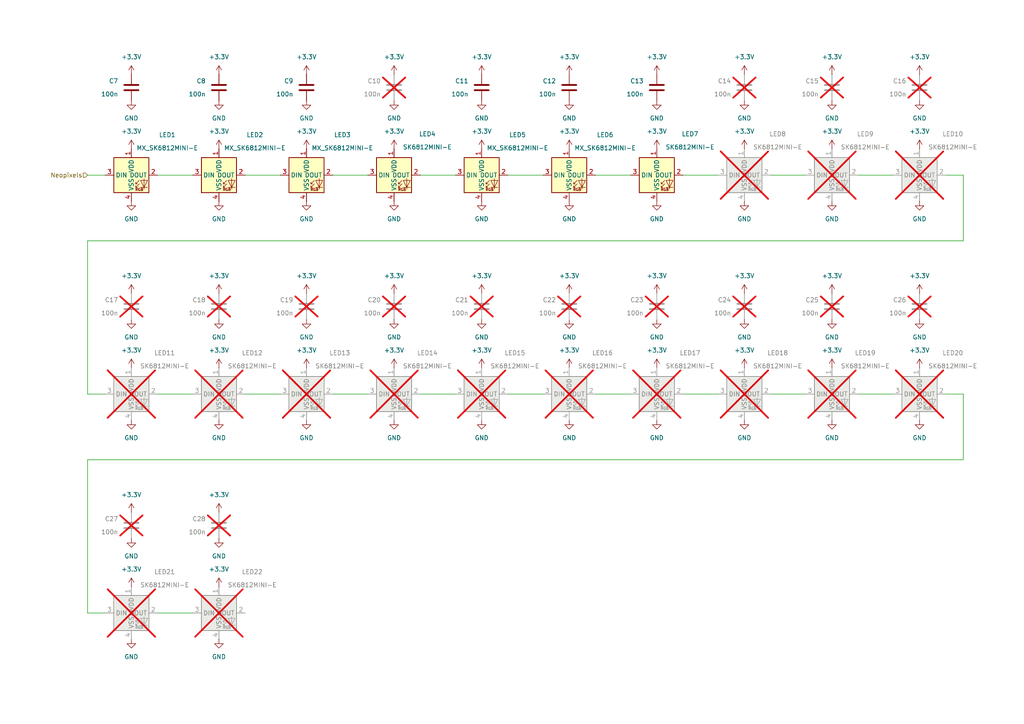
<source format=kicad_sch>
(kicad_sch (version 20250114) (generator "eeschema") (generator_version "9.0")
  (paper "A4")
  (lib_symbols
    (symbol "Device:C" (pin_numbers (hide yes)) (pin_names (offset 0.254))
      (property "Reference" "C" (at 0.635 2.54 0))
      (property "Value" "C" (at 0.635 -2.54 0))
      (symbol "C_0_1"
        (polyline (pts (xy -2.032 0.762) (xy 2.032 0.762)) (stroke (width 0.508)))
        (polyline (pts (xy -2.032 -0.762) (xy 2.032 -0.762)) (stroke (width 0.508)))
      )
      (symbol "C_1_1"
        (pin passive line (at 0 3.81 270) (length 2.794) (name "~") (number "1"))
        (pin passive line (at 0 -3.81 90) (length 2.794) (name "~") (number "2"))
      )
    )
    (symbol "PCM_marbastlib-mx:MX_SK6812MINI-E"
      (property "Reference" "LED" (at 3.175 6.35 0))
      (property "Value" "MX_SK6812MINI-E" (at 10.16 -6.985 0))
      (symbol "MX_SK6812MINI-E_0_0"
        (text "RGB" (at 2.286 -4.191 0) (effects (font (size 0.762 0.762))))
      )
      (symbol "MX_SK6812MINI-E_0_1"
        (rectangle (start -5.08 5.08) (end 5.08 -5.08) (stroke (width 0.254)) (fill (type background)))
        (polyline (pts (xy 1.27 -2.54) (xy 1.778 -2.54)))
        (polyline (pts (xy 1.27 -3.556) (xy 1.778 -3.556)))
        (polyline (pts (xy 2.286 -1.524) (xy 1.27 -2.54) (xy 1.27 -2.032)))
        (polyline (pts (xy 2.286 -2.54) (xy 1.27 -3.556) (xy 1.27 -3.048)))
        (polyline (pts (xy 3.683 -1.016) (xy 3.683 -3.556) (xy 3.683 -4.064)))
        (polyline (pts (xy 4.699 -1.524) (xy 2.667 -1.524) (xy 3.683 -3.556) (xy 4.699 -1.524)))
        (polyline (pts (xy 4.699 -3.556) (xy 2.667 -3.556)))
      )
      (symbol "MX_SK6812MINI-E_1_1"
        (pin input line (at -7.62 0 0) (length 2.54) (name "DIN") (number "3"))
        (pin power_in line (at 0 7.62 270) (length 2.54) (name "VDD") (number "1"))
        (pin power_in line (at 0 -7.62 90) (length 2.54) (name "VSS") (number "4"))
        (pin output line (at 7.62 0 180) (length 2.54) (name "DOUT") (number "2"))
      )
    )
    (symbol "PCM_marbastlib-various:SK6812MINI-E"
      (property "Reference" "LED" (at 2.54 6.35 0))
      (property "Value" "SK6812MINI-E" (at 7.62 -6.35 0))
      (symbol "SK6812MINI-E_0_0"
        (text "RGB" (at 2.286 -4.191 0) (effects (font (size 0.762 0.762))))
      )
      (symbol "SK6812MINI-E_0_1"
        (polyline (pts (xy 1.27 -2.54) (xy 1.778 -2.54)))
        (polyline (pts (xy 1.27 -3.556) (xy 1.778 -3.556)))
        (polyline (pts (xy 2.286 -1.524) (xy 1.27 -2.54) (xy 1.27 -2.032)))
        (polyline (pts (xy 2.286 -2.54) (xy 1.27 -3.556) (xy 1.27 -3.048)))
        (polyline (pts (xy 3.683 -1.016) (xy 3.683 -3.556) (xy 3.683 -4.064)))
        (polyline (pts (xy 4.699 -1.524) (xy 2.667 -1.524) (xy 3.683 -3.556) (xy 4.699 -1.524)))
        (polyline (pts (xy 4.699 -3.556) (xy 2.667 -3.556)))
        (rectangle (start 5.08 5.08) (end -5.08 -5.08) (stroke (width 0.254)) (fill (type background)))
      )
      (symbol "SK6812MINI-E_1_1"
        (pin input line (at -7.62 0 0) (length 2.54) (name "DIN") (number "3"))
        (pin power_in line (at 0 7.62 270) (length 2.54) (name "VDD") (number "1"))
        (pin power_in line (at 0 -7.62 90) (length 2.54) (name "VSS") (number "4"))
        (pin output line (at 7.62 0 180) (length 2.54) (name "DOUT") (number "2"))
      )
    )
    (symbol "power:+3.3V" (power) (pin_numbers (hide yes)) (pin_names (offset 0) (hide yes))
      (property "Value" "+3.3V" (at 0 3.556 0))
      (symbol "+3.3V_0_1"
        (polyline (pts (xy -0.762 1.27) (xy 0 2.54)))
        (polyline (pts (xy 0 2.54) (xy 0.762 1.27)))
        (polyline (pts (xy 0 0) (xy 0 2.54)))
      )
      (symbol "+3.3V_1_1"
        (pin power_in line (at 0 0 90) (length 0) (name "~") (number "1"))
      )
    )
    (symbol "power:GND" (power) (pin_numbers (hide yes)) (pin_names (offset 0) (hide yes))
      (property "Value" "GND" (at 0 -3.81 0))
      (symbol "GND_0_1"
        (polyline (pts (xy 0 0) (xy 0 -1.27) (xy 1.27 -1.27) (xy 0 -2.54) (xy -1.27 -1.27) (xy 0 -1.27)))
      )
      (symbol "GND_1_1"
        (pin power_in line (at 0 0 270) (length 0) (name "~") (number "1"))
      )
    )
  )
  (wire (pts (xy 279.4 69.85) (xy 25.4 69.85)))
  (wire (pts (xy 25.4 177.8) (xy 30.48 177.8)))
  (wire (pts (xy 279.4 50.8) (xy 279.4 69.85)))
  (wire (pts (xy 25.4 50.8) (xy 30.48 50.8)))
  (wire (pts (xy 25.4 133.35) (xy 25.4 177.8)))
  (wire (pts (xy 223.52 50.8) (xy 233.68 50.8)))
  (wire (pts (xy 96.52 50.8) (xy 106.68 50.8)))
  (wire (pts (xy 279.4 114.3) (xy 279.4 133.35)))
  (wire (pts (xy 198.12 50.8) (xy 208.28 50.8)))
  (wire (pts (xy 96.52 114.3) (xy 106.68 114.3)))
  (wire (pts (xy 121.92 114.3) (xy 132.08 114.3)))
  (wire (pts (xy 223.52 114.3) (xy 233.68 114.3)))
  (wire (pts (xy 172.72 114.3) (xy 182.88 114.3)))
  (wire (pts (xy 25.4 69.85) (xy 25.4 114.3)))
  (wire (pts (xy 71.12 114.3) (xy 81.28 114.3)))
  (wire (pts (xy 147.32 50.8) (xy 157.48 50.8)))
  (wire (pts (xy 121.92 50.8) (xy 132.08 50.8)))
  (wire (pts (xy 45.72 114.3) (xy 55.88 114.3)))
  (wire (pts (xy 248.92 50.8) (xy 259.08 50.8)))
  (wire (pts (xy 147.32 114.3) (xy 157.48 114.3)))
  (wire (pts (xy 25.4 114.3) (xy 30.48 114.3)))
  (wire (pts (xy 274.32 50.8) (xy 279.4 50.8)))
  (wire (pts (xy 274.32 114.3) (xy 279.4 114.3)))
  (wire (pts (xy 45.72 50.8) (xy 55.88 50.8)))
  (wire (pts (xy 248.92 114.3) (xy 259.08 114.3)))
  (wire (pts (xy 71.12 50.8) (xy 81.28 50.8)))
  (wire (pts (xy 198.12 114.3) (xy 208.28 114.3)))
  (wire (pts (xy 279.4 133.35) (xy 25.4 133.35)))
  (wire (pts (xy 172.72 50.8) (xy 182.88 50.8)))
  (wire (pts (xy 45.72 177.8) (xy 55.88 177.8)))
  (hierarchical_label "Neopixels" (shape input) (at 25.4 50.8 180))
  (symbol (lib_id "power:+3.3V") (at 190.5 43.18 0) (unit 1)
    (property "Reference" "#PWR046" (effects (hide yes)))
    (property "Value" "+3.3V" (at 190.5 38.1 0))
    (property "Description" "Power symbol creates a global label with name \"+3.3V\"" (effects (hide yes)))
  )
  (symbol (lib_id "PCM_marbastlib-various:SK6812MINI-E") (at 139.7 114.3 0) (unit 1) (on_board no) (dnp yes)
    (property "Reference" "LED15" (at 149.352 102.362 0))
    (property "Value" "SK6812MINI-E" (at 149.352 106.172 0))
    (property "Footprint" "PCM_marbastlib-various:LED_6028R" (effects (hide yes)))
    (property "Description" "Reverse mount adressable LED (WS2812 protocol)" (effects (hide yes)))
  )
  (symbol (lib_id "Device:C") (at 241.3 88.9 0) (mirror y) (unit 1) (on_board no) (dnp yes)
    (property "Reference" "C25" (at 237.49 86.9949 0) (effects (justify left)))
    (property "Value" "100n" (at 237.49 90.8049 0) (effects (justify left)))
    (property "Footprint" "Capacitor_SMD:C_0402_1005Metric" (effects (hide yes)))
    (property "Description" "Unpolarized capacitor" (effects (hide yes)))
  )
  (symbol (lib_id "power:+3.3V") (at 38.1 85.09 0) (unit 1)
    (property "Reference" "#PWR060" (effects (hide yes)))
    (property "Value" "+3.3V" (at 38.1 80.01 0))
    (property "Description" "Power symbol creates a global label with name \"+3.3V\"" (effects (hide yes)))
  )
  (symbol (lib_id "Device:C") (at 38.1 88.9 0) (mirror y) (unit 1) (on_board no) (dnp yes)
    (property "Reference" "C17" (at 34.29 86.9949 0) (effects (justify left)))
    (property "Value" "100n" (at 34.29 90.8049 0) (effects (justify left)))
    (property "Footprint" "Capacitor_SMD:C_0402_1005Metric" (effects (hide yes)))
    (property "Description" "Unpolarized capacitor" (effects (hide yes)))
  )
  (symbol (lib_id "PCM_marbastlib-various:SK6812MINI-E") (at 38.1 114.3 0) (unit 1) (on_board no) (dnp yes)
    (property "Reference" "LED11" (at 47.752 102.362 0))
    (property "Value" "SK6812MINI-E" (at 47.752 106.172 0))
    (property "Footprint" "PCM_marbastlib-various:LED_6028R" (effects (hide yes)))
    (property "Description" "Reverse mount adressable LED (WS2812 protocol)" (effects (hide yes)))
  )
  (symbol (lib_id "power:+3.3V") (at 38.1 106.68 0) (unit 1)
    (property "Reference" "#PWR080" (effects (hide yes)))
    (property "Value" "+3.3V" (at 38.1 101.6 0))
    (property "Description" "Power symbol creates a global label with name \"+3.3V\"" (effects (hide yes)))
  )
  (symbol (lib_id "Device:C") (at 190.5 25.4 0) (mirror y) (unit 1)
    (property "Reference" "C13" (at 186.69 23.4949 0) (effects (justify left)))
    (property "Value" "100n" (at 186.69 27.3049 0) (effects (justify left)))
    (property "Footprint" "Capacitor_SMD:C_0402_1005Metric" (effects (hide yes)))
    (property "Description" "Unpolarized capacitor" (effects (hide yes)))
  )
  (symbol (lib_id "power:GND") (at 266.7 121.92 0) (unit 1)
    (property "Reference" "#PWR099" (effects (hide yes)))
    (property "Value" "GND" (at 266.7 127 0))
    (property "Description" "Power symbol creates a global label with name \"GND\" , ground" (effects (hide yes)))
  )
  (symbol (lib_id "power:+3.3V") (at 63.5 170.18 0) (unit 1)
    (property "Reference" "#PWR0106" (effects (hide yes)))
    (property "Value" "+3.3V" (at 63.5 165.1 0))
    (property "Description" "Power symbol creates a global label with name \"+3.3V\"" (effects (hide yes)))
  )
  (symbol (lib_id "PCM_marbastlib-various:SK6812MINI-E") (at 266.7 114.3 0) (unit 1) (on_board no) (dnp yes)
    (property "Reference" "LED20" (at 276.352 102.362 0))
    (property "Value" "SK6812MINI-E" (at 276.352 106.172 0))
    (property "Footprint" "PCM_marbastlib-various:LED_6028R" (effects (hide yes)))
    (property "Description" "Reverse mount adressable LED (WS2812 protocol)" (effects (hide yes)))
  )
  (symbol (lib_id "power:+3.3V") (at 266.7 85.09 0) (unit 1)
    (property "Reference" "#PWR069" (effects (hide yes)))
    (property "Value" "+3.3V" (at 266.7 80.01 0))
    (property "Description" "Power symbol creates a global label with name \"+3.3V\"" (effects (hide yes)))
  )
  (symbol (lib_id "power:GND") (at 38.1 156.21 0) (unit 1)
    (property "Reference" "#PWR0101" (effects (hide yes)))
    (property "Value" "GND" (at 38.1 161.29 0))
    (property "Description" "Power symbol creates a global label with name \"GND\" , ground" (effects (hide yes)))
  )
  (symbol (lib_id "Device:C") (at 88.9 25.4 0) (mirror y) (unit 1)
    (property "Reference" "C9" (at 85.09 23.4949 0) (effects (justify left)))
    (property "Value" "100n" (at 85.09 27.3049 0) (effects (justify left)))
    (property "Footprint" "Capacitor_SMD:C_0402_1005Metric" (effects (hide yes)))
    (property "Description" "Unpolarized capacitor" (effects (hide yes)))
  )
  (symbol (lib_id "power:+3.3V") (at 139.7 43.18 0) (unit 1)
    (property "Reference" "#PWR038" (effects (hide yes)))
    (property "Value" "+3.3V" (at 139.7 38.1 0))
    (property "Description" "Power symbol creates a global label with name \"+3.3V\"" (effects (hide yes)))
  )
  (symbol (lib_id "power:GND") (at 139.7 92.71 0) (unit 1)
    (property "Reference" "#PWR074" (effects (hide yes)))
    (property "Value" "GND" (at 139.7 97.79 0))
    (property "Description" "Power symbol creates a global label with name \"GND\" , ground" (effects (hide yes)))
  )
  (symbol (lib_id "power:GND") (at 215.9 121.92 0) (unit 1)
    (property "Reference" "#PWR097" (effects (hide yes)))
    (property "Value" "GND" (at 215.9 127 0))
    (property "Description" "Power symbol creates a global label with name \"GND\" , ground" (effects (hide yes)))
  )
  (symbol (lib_id "power:GND") (at 165.1 58.42 0) (unit 1)
    (property "Reference" "#PWR043" (effects (hide yes)))
    (property "Value" "GND" (at 165.1 63.5 0))
    (property "Description" "Power symbol creates a global label with name \"GND\" , ground" (effects (hide yes)))
  )
  (symbol (lib_id "PCM_marbastlib-mx:MX_SK6812MINI-E") (at 88.9 50.8 0) (unit 1)
    (property "Reference" "LED3" (at 99.314 39.116 0))
    (property "Value" "MX_SK6812MINI-E" (at 99.314 42.926 0))
    (property "Footprint" "PCM_marbastlib-mx:LED_MX_6028R" (effects (hide yes)))
    (property "Description" "Reverse mount adressable LED (WS2812 protocol)" (effects (hide yes)))
  )
  (symbol (lib_id "power:+3.3V") (at 63.5 106.68 0) (unit 1)
    (property "Reference" "#PWR081" (effects (hide yes)))
    (property "Value" "+3.3V" (at 63.5 101.6 0))
    (property "Description" "Power symbol creates a global label with name \"+3.3V\"" (effects (hide yes)))
  )
  (symbol (lib_id "power:GND") (at 38.1 121.92 0) (unit 1)
    (property "Reference" "#PWR090" (effects (hide yes)))
    (property "Value" "GND" (at 38.1 127 0))
    (property "Description" "Power symbol creates a global label with name \"GND\" , ground" (effects (hide yes)))
  )
  (symbol (lib_id "power:+3.3V") (at 139.7 85.09 0) (unit 1)
    (property "Reference" "#PWR064" (effects (hide yes)))
    (property "Value" "+3.3V" (at 139.7 80.01 0))
    (property "Description" "Power symbol creates a global label with name \"+3.3V\"" (effects (hide yes)))
  )
  (symbol (lib_id "PCM_marbastlib-various:SK6812MINI-E") (at 165.1 114.3 0) (unit 1) (on_board no) (dnp yes)
    (property "Reference" "LED16" (at 174.752 102.362 0))
    (property "Value" "SK6812MINI-E" (at 174.752 106.172 0))
    (property "Footprint" "PCM_marbastlib-various:LED_6028R" (effects (hide yes)))
    (property "Description" "Reverse mount adressable LED (WS2812 protocol)" (effects (hide yes)))
  )
  (symbol (lib_id "power:GND") (at 114.3 29.21 0) (unit 1)
    (property "Reference" "#PWR033" (effects (hide yes)))
    (property "Value" "GND" (at 114.3 34.29 0))
    (property "Description" "Power symbol creates a global label with name \"GND\" , ground" (effects (hide yes)))
  )
  (symbol (lib_id "power:+3.3V") (at 165.1 85.09 0) (unit 1)
    (property "Reference" "#PWR065" (effects (hide yes)))
    (property "Value" "+3.3V" (at 165.1 80.01 0))
    (property "Description" "Power symbol creates a global label with name \"+3.3V\"" (effects (hide yes)))
  )
  (symbol (lib_id "power:+3.3V") (at 88.9 106.68 0) (unit 1)
    (property "Reference" "#PWR082" (effects (hide yes)))
    (property "Value" "+3.3V" (at 88.9 101.6 0))
    (property "Description" "Power symbol creates a global label with name \"+3.3V\"" (effects (hide yes)))
  )
  (symbol (lib_id "power:+3.3V") (at 139.7 21.59 0) (unit 1)
    (property "Reference" "#PWR036" (effects (hide yes)))
    (property "Value" "+3.3V" (at 139.7 16.51 0))
    (property "Description" "Power symbol creates a global label with name \"+3.3V\"" (effects (hide yes)))
  )
  (symbol (lib_id "power:GND") (at 63.5 185.42 0) (unit 1)
    (property "Reference" "#PWR0107" (effects (hide yes)))
    (property "Value" "GND" (at 63.5 190.5 0))
    (property "Description" "Power symbol creates a global label with name \"GND\" , ground" (effects (hide yes)))
  )
  (symbol (lib_id "power:GND") (at 241.3 92.71 0) (unit 1)
    (property "Reference" "#PWR078" (effects (hide yes)))
    (property "Value" "GND" (at 241.3 97.79 0))
    (property "Description" "Power symbol creates a global label with name \"GND\" , ground" (effects (hide yes)))
  )
  (symbol (lib_id "Device:C") (at 165.1 88.9 0) (mirror y) (unit 1) (on_board no) (dnp yes)
    (property "Reference" "C22" (at 161.29 86.9949 0) (effects (justify left)))
    (property "Value" "100n" (at 161.29 90.8049 0) (effects (justify left)))
    (property "Footprint" "Capacitor_SMD:C_0402_1005Metric" (effects (hide yes)))
    (property "Description" "Unpolarized capacitor" (effects (hide yes)))
  )
  (symbol (lib_id "Device:C") (at 63.5 25.4 0) (mirror y) (unit 1)
    (property "Reference" "C8" (at 59.69 23.4949 0) (effects (justify left)))
    (property "Value" "100n" (at 59.69 27.3049 0) (effects (justify left)))
    (property "Footprint" "Capacitor_SMD:C_0402_1005Metric" (effects (hide yes)))
    (property "Description" "Unpolarized capacitor" (effects (hide yes)))
  )
  (symbol (lib_id "Device:C") (at 215.9 88.9 0) (mirror y) (unit 1) (on_board no) (dnp yes)
    (property "Reference" "C24" (at 212.09 86.9949 0) (effects (justify left)))
    (property "Value" "100n" (at 212.09 90.8049 0) (effects (justify left)))
    (property "Footprint" "Capacitor_SMD:C_0402_1005Metric" (effects (hide yes)))
    (property "Description" "Unpolarized capacitor" (effects (hide yes)))
  )
  (symbol (lib_id "power:+3.3V") (at 38.1 148.59 0) (unit 1)
    (property "Reference" "#PWR0100" (effects (hide yes)))
    (property "Value" "+3.3V" (at 38.1 143.51 0))
    (property "Description" "Power symbol creates a global label with name \"+3.3V\"" (effects (hide yes)))
  )
  (symbol (lib_id "power:+3.3V") (at 139.7 106.68 0) (unit 1)
    (property "Reference" "#PWR084" (effects (hide yes)))
    (property "Value" "+3.3V" (at 139.7 101.6 0))
    (property "Description" "Power symbol creates a global label with name \"+3.3V\"" (effects (hide yes)))
  )
  (symbol (lib_id "Device:C") (at 63.5 152.4 0) (mirror y) (unit 1) (on_board no) (dnp yes)
    (property "Reference" "C28" (at 59.69 150.4949 0) (effects (justify left)))
    (property "Value" "100n" (at 59.69 154.3049 0) (effects (justify left)))
    (property "Footprint" "Capacitor_SMD:C_0402_1005Metric" (effects (hide yes)))
    (property "Description" "Unpolarized capacitor" (effects (hide yes)))
  )
  (symbol (lib_id "power:+3.3V") (at 190.5 21.59 0) (unit 1)
    (property "Reference" "#PWR044" (effects (hide yes)))
    (property "Value" "+3.3V" (at 190.5 16.51 0))
    (property "Description" "Power symbol creates a global label with name \"+3.3V\"" (effects (hide yes)))
  )
  (symbol (lib_id "PCM_marbastlib-various:SK6812MINI-E") (at 63.5 177.8 0) (unit 1) (on_board no) (dnp yes)
    (property "Reference" "LED22" (at 73.152 165.862 0))
    (property "Value" "SK6812MINI-E" (at 73.152 169.672 0))
    (property "Footprint" "PCM_marbastlib-various:LED_6028R" (effects (hide yes)))
    (property "Description" "Reverse mount adressable LED (WS2812 protocol)" (effects (hide yes)))
  )
  (symbol (lib_id "power:+3.3V") (at 114.3 85.09 0) (unit 1)
    (property "Reference" "#PWR063" (effects (hide yes)))
    (property "Value" "+3.3V" (at 114.3 80.01 0))
    (property "Description" "Power symbol creates a global label with name \"+3.3V\"" (effects (hide yes)))
  )
  (symbol (lib_id "power:+3.3V") (at 38.1 43.18 0) (unit 1)
    (property "Reference" "#PWR020" (effects (hide yes)))
    (property "Value" "+3.3V" (at 38.1 38.1 0))
    (property "Description" "Power symbol creates a global label with name \"+3.3V\"" (effects (hide yes)))
  )
  (symbol (lib_id "power:+3.3V") (at 215.9 85.09 0) (unit 1)
    (property "Reference" "#PWR067" (effects (hide yes)))
    (property "Value" "+3.3V" (at 215.9 80.01 0))
    (property "Description" "Power symbol creates a global label with name \"+3.3V\"" (effects (hide yes)))
  )
  (symbol (lib_id "PCM_marbastlib-mx:MX_SK6812MINI-E") (at 139.7 50.8 0) (unit 1)
    (property "Reference" "LED5" (at 150.114 39.116 0))
    (property "Value" "MX_SK6812MINI-E" (at 150.114 42.926 0))
    (property "Footprint" "PCM_marbastlib-mx:LED_MX_6028R" (effects (hide yes)))
    (property "Description" "Reverse mount adressable LED (WS2812 protocol)" (effects (hide yes)))
  )
  (symbol (lib_id "power:GND") (at 63.5 92.71 0) (unit 1)
    (property "Reference" "#PWR071" (effects (hide yes)))
    (property "Value" "GND" (at 63.5 97.79 0))
    (property "Description" "Power symbol creates a global label with name \"GND\" , ground" (effects (hide yes)))
  )
  (symbol (lib_id "PCM_marbastlib-various:SK6812MINI-E") (at 241.3 114.3 0) (unit 1) (on_board no) (dnp yes)
    (property "Reference" "LED19" (at 250.952 102.362 0))
    (property "Value" "SK6812MINI-E" (at 250.952 106.172 0))
    (property "Footprint" "PCM_marbastlib-various:LED_6028R" (effects (hide yes)))
    (property "Description" "Reverse mount adressable LED (WS2812 protocol)" (effects (hide yes)))
  )
  (symbol (lib_id "Device:C") (at 139.7 25.4 0) (mirror y) (unit 1)
    (property "Reference" "C11" (at 135.89 23.4949 0) (effects (justify left)))
    (property "Value" "100n" (at 135.89 27.3049 0) (effects (justify left)))
    (property "Footprint" "Capacitor_SMD:C_0402_1005Metric" (effects (hide yes)))
    (property "Description" "Unpolarized capacitor" (effects (hide yes)))
  )
  (symbol (lib_id "power:GND") (at 38.1 92.71 0) (unit 1)
    (property "Reference" "#PWR070" (effects (hide yes)))
    (property "Value" "GND" (at 38.1 97.79 0))
    (property "Description" "Power symbol creates a global label with name \"GND\" , ground" (effects (hide yes)))
  )
  (symbol (lib_id "Device:C") (at 114.3 25.4 0) (mirror y) (unit 1) (on_board no) (dnp yes)
    (property "Reference" "C10" (at 110.49 23.4949 0) (effects (justify left)))
    (property "Value" "100n" (at 110.49 27.3049 0) (effects (justify left)))
    (property "Footprint" "Capacitor_SMD:C_0402_1005Metric" (effects (hide yes)))
    (property "Description" "Unpolarized capacitor" (effects (hide yes)))
  )
  (symbol (lib_id "power:GND") (at 88.9 121.92 0) (unit 1)
    (property "Reference" "#PWR092" (effects (hide yes)))
    (property "Value" "GND" (at 88.9 127 0))
    (property "Description" "Power symbol creates a global label with name \"GND\" , ground" (effects (hide yes)))
  )
  (symbol (lib_id "power:+3.3V") (at 241.3 85.09 0) (unit 1)
    (property "Reference" "#PWR068" (effects (hide yes)))
    (property "Value" "+3.3V" (at 241.3 80.01 0))
    (property "Description" "Power symbol creates a global label with name \"+3.3V\"" (effects (hide yes)))
  )
  (symbol (lib_id "power:GND") (at 241.3 29.21 0) (unit 1)
    (property "Reference" "#PWR054" (effects (hide yes)))
    (property "Value" "GND" (at 241.3 34.29 0))
    (property "Description" "Power symbol creates a global label with name \"GND\" , ground" (effects (hide yes)))
  )
  (symbol (lib_id "power:+3.3V") (at 38.1 21.59 0) (unit 1)
    (property "Reference" "#PWR023" (effects (hide yes)))
    (property "Value" "+3.3V" (at 38.1 16.51 0))
    (property "Description" "Power symbol creates a global label with name \"+3.3V\"" (effects (hide yes)))
  )
  (symbol (lib_id "Device:C") (at 88.9 88.9 0) (mirror y) (unit 1) (on_board no) (dnp yes)
    (property "Reference" "C19" (at 85.09 86.9949 0) (effects (justify left)))
    (property "Value" "100n" (at 85.09 90.8049 0) (effects (justify left)))
    (property "Footprint" "Capacitor_SMD:C_0402_1005Metric" (effects (hide yes)))
    (property "Description" "Unpolarized capacitor" (effects (hide yes)))
  )
  (symbol (lib_id "power:GND") (at 190.5 121.92 0) (unit 1)
    (property "Reference" "#PWR096" (effects (hide yes)))
    (property "Value" "GND" (at 190.5 127 0))
    (property "Description" "Power symbol creates a global label with name \"GND\" , ground" (effects (hide yes)))
  )
  (symbol (lib_id "power:+3.3V") (at 63.5 21.59 0) (unit 1)
    (property "Reference" "#PWR024" (effects (hide yes)))
    (property "Value" "+3.3V" (at 63.5 16.51 0))
    (property "Description" "Power symbol creates a global label with name \"+3.3V\"" (effects (hide yes)))
  )
  (symbol (lib_id "power:GND") (at 215.9 92.71 0) (unit 1)
    (property "Reference" "#PWR077" (effects (hide yes)))
    (property "Value" "GND" (at 215.9 97.79 0))
    (property "Description" "Power symbol creates a global label with name \"GND\" , ground" (effects (hide yes)))
  )
  (symbol (lib_id "PCM_marbastlib-various:SK6812MINI-E") (at 266.7 50.8 0) (unit 1) (on_board no) (dnp yes)
    (property "Reference" "LED10" (at 276.352 38.862 0))
    (property "Value" "SK6812MINI-E" (at 276.352 42.672 0))
    (property "Footprint" "PCM_marbastlib-various:LED_6028R" (effects (hide yes)))
    (property "Description" "Reverse mount adressable LED (WS2812 protocol)" (effects (hide yes)))
  )
  (symbol (lib_id "power:+3.3V") (at 241.3 106.68 0) (unit 1)
    (property "Reference" "#PWR088" (effects (hide yes)))
    (property "Value" "+3.3V" (at 241.3 101.6 0))
    (property "Description" "Power symbol creates a global label with name \"+3.3V\"" (effects (hide yes)))
  )
  (symbol (lib_id "power:+3.3V") (at 266.7 21.59 0) (unit 1)
    (property "Reference" "#PWR053" (effects (hide yes)))
    (property "Value" "+3.3V" (at 266.7 16.51 0))
    (property "Description" "Power symbol creates a global label with name \"+3.3V\"" (effects (hide yes)))
  )
  (symbol (lib_id "power:GND") (at 63.5 121.92 0) (unit 1)
    (property "Reference" "#PWR091" (effects (hide yes)))
    (property "Value" "GND" (at 63.5 127 0))
    (property "Description" "Power symbol creates a global label with name \"GND\" , ground" (effects (hide yes)))
  )
  (symbol (lib_id "power:GND") (at 190.5 58.42 0) (unit 1)
    (property "Reference" "#PWR047" (effects (hide yes)))
    (property "Value" "GND" (at 190.5 63.5 0))
    (property "Description" "Power symbol creates a global label with name \"GND\" , ground" (effects (hide yes)))
  )
  (symbol (lib_id "power:GND") (at 139.7 29.21 0) (unit 1)
    (property "Reference" "#PWR037" (effects (hide yes)))
    (property "Value" "GND" (at 139.7 34.29 0))
    (property "Description" "Power symbol creates a global label with name \"GND\" , ground" (effects (hide yes)))
  )
  (symbol (lib_id "power:+3.3V") (at 63.5 85.09 0) (unit 1)
    (property "Reference" "#PWR061" (effects (hide yes)))
    (property "Value" "+3.3V" (at 63.5 80.01 0))
    (property "Description" "Power symbol creates a global label with name \"+3.3V\"" (effects (hide yes)))
  )
  (symbol (lib_id "Device:C") (at 63.5 88.9 0) (mirror y) (unit 1) (on_board no) (dnp yes)
    (property "Reference" "C18" (at 59.69 86.9949 0) (effects (justify left)))
    (property "Value" "100n" (at 59.69 90.8049 0) (effects (justify left)))
    (property "Footprint" "Capacitor_SMD:C_0402_1005Metric" (effects (hide yes)))
    (property "Description" "Unpolarized capacitor" (effects (hide yes)))
  )
  (symbol (lib_id "power:GND") (at 266.7 29.21 0) (unit 1)
    (property "Reference" "#PWR055" (effects (hide yes)))
    (property "Value" "GND" (at 266.7 34.29 0))
    (property "Description" "Power symbol creates a global label with name \"GND\" , ground" (effects (hide yes)))
  )
  (symbol (lib_id "power:+3.3V") (at 190.5 106.68 0) (unit 1)
    (property "Reference" "#PWR086" (effects (hide yes)))
    (property "Value" "+3.3V" (at 190.5 101.6 0))
    (property "Description" "Power symbol creates a global label with name \"+3.3V\"" (effects (hide yes)))
  )
  (symbol (lib_id "power:+3.3V") (at 266.7 43.18 0) (unit 1)
    (property "Reference" "#PWR057" (effects (hide yes)))
    (property "Value" "+3.3V" (at 266.7 38.1 0))
    (property "Description" "Power symbol creates a global label with name \"+3.3V\"" (effects (hide yes)))
  )
  (symbol (lib_id "power:+3.3V") (at 215.9 106.68 0) (unit 1)
    (property "Reference" "#PWR087" (effects (hide yes)))
    (property "Value" "+3.3V" (at 215.9 101.6 0))
    (property "Description" "Power symbol creates a global label with name \"+3.3V\"" (effects (hide yes)))
  )
  (symbol (lib_id "power:GND") (at 241.3 121.92 0) (unit 1)
    (property "Reference" "#PWR098" (effects (hide yes)))
    (property "Value" "GND" (at 241.3 127 0))
    (property "Description" "Power symbol creates a global label with name \"GND\" , ground" (effects (hide yes)))
  )
  (symbol (lib_id "power:GND") (at 88.9 92.71 0) (unit 1)
    (property "Reference" "#PWR072" (effects (hide yes)))
    (property "Value" "GND" (at 88.9 97.79 0))
    (property "Description" "Power symbol creates a global label with name \"GND\" , ground" (effects (hide yes)))
  )
  (symbol (lib_id "power:GND") (at 38.1 185.42 0) (unit 1)
    (property "Reference" "#PWR0103" (effects (hide yes)))
    (property "Value" "GND" (at 38.1 190.5 0))
    (property "Description" "Power symbol creates a global label with name \"GND\" , ground" (effects (hide yes)))
  )
  (symbol (lib_id "PCM_marbastlib-various:SK6812MINI-E") (at 190.5 114.3 0) (unit 1) (on_board no) (dnp yes)
    (property "Reference" "LED17" (at 200.152 102.362 0))
    (property "Value" "SK6812MINI-E" (at 200.152 106.172 0))
    (property "Footprint" "PCM_marbastlib-various:LED_6028R" (effects (hide yes)))
    (property "Description" "Reverse mount adressable LED (WS2812 protocol)" (effects (hide yes)))
  )
  (symbol (lib_id "Device:C") (at 241.3 25.4 0) (mirror y) (unit 1) (on_board no) (dnp yes)
    (property "Reference" "C15" (at 237.49 23.4949 0) (effects (justify left)))
    (property "Value" "100n" (at 237.49 27.3049 0) (effects (justify left)))
    (property "Footprint" "Capacitor_SMD:C_0402_1005Metric" (effects (hide yes)))
    (property "Description" "Unpolarized capacitor" (effects (hide yes)))
  )
  (symbol (lib_id "power:+3.3V") (at 114.3 43.18 0) (unit 1)
    (property "Reference" "#PWR034" (effects (hide yes)))
    (property "Value" "+3.3V" (at 114.3 38.1 0))
    (property "Description" "Power symbol creates a global label with name \"+3.3V\"" (effects (hide yes)))
  )
  (symbol (lib_id "power:+3.3V") (at 241.3 21.59 0) (unit 1)
    (property "Reference" "#PWR052" (effects (hide yes)))
    (property "Value" "+3.3V" (at 241.3 16.51 0))
    (property "Description" "Power symbol creates a global label with name \"+3.3V\"" (effects (hide yes)))
  )
  (symbol (lib_id "power:GND") (at 165.1 29.21 0) (unit 1)
    (property "Reference" "#PWR041" (effects (hide yes)))
    (property "Value" "GND" (at 165.1 34.29 0))
    (property "Description" "Power symbol creates a global label with name \"GND\" , ground" (effects (hide yes)))
  )
  (symbol (lib_id "PCM_marbastlib-various:SK6812MINI-E") (at 63.5 114.3 0) (unit 1) (on_board no) (dnp yes)
    (property "Reference" "LED12" (at 73.152 102.362 0))
    (property "Value" "SK6812MINI-E" (at 73.152 106.172 0))
    (property "Footprint" "PCM_marbastlib-various:LED_6028R" (effects (hide yes)))
    (property "Description" "Reverse mount adressable LED (WS2812 protocol)" (effects (hide yes)))
  )
  (symbol (lib_id "power:+3.3V") (at 215.9 43.18 0) (unit 1)
    (property "Reference" "#PWR050" (effects (hide yes)))
    (property "Value" "+3.3V" (at 215.9 38.1 0))
    (property "Description" "Power symbol creates a global label with name \"+3.3V\"" (effects (hide yes)))
  )
  (symbol (lib_id "power:GND") (at 63.5 29.21 0) (unit 1)
    (property "Reference" "#PWR025" (effects (hide yes)))
    (property "Value" "GND" (at 63.5 34.29 0))
    (property "Description" "Power symbol creates a global label with name \"GND\" , ground" (effects (hide yes)))
  )
  (symbol (lib_id "PCM_marbastlib-mx:MX_SK6812MINI-E") (at 165.1 50.8 0) (unit 1)
    (property "Reference" "LED6" (at 175.514 39.116 0))
    (property "Value" "MX_SK6812MINI-E" (at 175.514 42.926 0))
    (property "Footprint" "PCM_marbastlib-mx:LED_MX_6028R" (effects (hide yes)))
    (property "Description" "Reverse mount adressable LED (WS2812 protocol)" (effects (hide yes)))
  )
  (symbol (lib_id "power:+3.3V") (at 38.1 170.18 0) (unit 1)
    (property "Reference" "#PWR0102" (effects (hide yes)))
    (property "Value" "+3.3V" (at 38.1 165.1 0))
    (property "Description" "Power symbol creates a global label with name \"+3.3V\"" (effects (hide yes)))
  )
  (symbol (lib_id "power:+3.3V") (at 165.1 21.59 0) (unit 1)
    (property "Reference" "#PWR040" (effects (hide yes)))
    (property "Value" "+3.3V" (at 165.1 16.51 0))
    (property "Description" "Power symbol creates a global label with name \"+3.3V\"" (effects (hide yes)))
  )
  (symbol (lib_id "power:GND") (at 114.3 121.92 0) (unit 1)
    (property "Reference" "#PWR093" (effects (hide yes)))
    (property "Value" "GND" (at 114.3 127 0))
    (property "Description" "Power symbol creates a global label with name \"GND\" , ground" (effects (hide yes)))
  )
  (symbol (lib_id "PCM_marbastlib-various:SK6812MINI-E") (at 114.3 50.8 0) (unit 1)
    (property "Reference" "LED4" (at 123.952 38.862 0))
    (property "Value" "SK6812MINI-E" (at 123.952 42.672 0))
    (property "Footprint" "PCM_marbastlib-various:LED_6028R" (effects (hide yes)))
    (property "Description" "Reverse mount adressable LED (WS2812 protocol)" (effects (hide yes)))
  )
  (symbol (lib_id "PCM_marbastlib-mx:MX_SK6812MINI-E") (at 63.5 50.8 0) (unit 1)
    (property "Reference" "LED2" (at 73.914 39.116 0))
    (property "Value" "MX_SK6812MINI-E" (at 73.914 42.926 0))
    (property "Footprint" "PCM_marbastlib-mx:LED_MX_6028R" (effects (hide yes)))
    (property "Description" "Reverse mount adressable LED (WS2812 protocol)" (effects (hide yes)))
  )
  (symbol (lib_id "power:+3.3V") (at 114.3 21.59 0) (unit 1)
    (property "Reference" "#PWR032" (effects (hide yes)))
    (property "Value" "+3.3V" (at 114.3 16.51 0))
    (property "Description" "Power symbol creates a global label with name \"+3.3V\"" (effects (hide yes)))
  )
  (symbol (lib_id "PCM_marbastlib-various:SK6812MINI-E") (at 88.9 114.3 0) (unit 1) (on_board no) (dnp yes)
    (property "Reference" "LED13" (at 98.552 102.362 0))
    (property "Value" "SK6812MINI-E" (at 98.552 106.172 0))
    (property "Footprint" "PCM_marbastlib-various:LED_6028R" (effects (hide yes)))
    (property "Description" "Reverse mount adressable LED (WS2812 protocol)" (effects (hide yes)))
  )
  (symbol (lib_id "power:+3.3V") (at 88.9 21.59 0) (unit 1)
    (property "Reference" "#PWR028" (effects (hide yes)))
    (property "Value" "+3.3V" (at 88.9 16.51 0))
    (property "Description" "Power symbol creates a global label with name \"+3.3V\"" (effects (hide yes)))
  )
  (symbol (lib_id "power:+3.3V") (at 88.9 85.09 0) (unit 1)
    (property "Reference" "#PWR062" (effects (hide yes)))
    (property "Value" "+3.3V" (at 88.9 80.01 0))
    (property "Description" "Power symbol creates a global label with name \"+3.3V\"" (effects (hide yes)))
  )
  (symbol (lib_id "power:GND") (at 88.9 29.21 0) (unit 1)
    (property "Reference" "#PWR029" (effects (hide yes)))
    (property "Value" "GND" (at 88.9 34.29 0))
    (property "Description" "Power symbol creates a global label with name \"GND\" , ground" (effects (hide yes)))
  )
  (symbol (lib_id "power:GND") (at 165.1 92.71 0) (unit 1)
    (property "Reference" "#PWR075" (effects (hide yes)))
    (property "Value" "GND" (at 165.1 97.79 0))
    (property "Description" "Power symbol creates a global label with name \"GND\" , ground" (effects (hide yes)))
  )
  (symbol (lib_id "power:+3.3V") (at 266.7 106.68 0) (unit 1)
    (property "Reference" "#PWR089" (effects (hide yes)))
    (property "Value" "+3.3V" (at 266.7 101.6 0))
    (property "Description" "Power symbol creates a global label with name \"+3.3V\"" (effects (hide yes)))
  )
  (symbol (lib_id "power:+3.3V") (at 63.5 148.59 0) (unit 1)
    (property "Reference" "#PWR0104" (effects (hide yes)))
    (property "Value" "+3.3V" (at 63.5 143.51 0))
    (property "Description" "Power symbol creates a global label with name \"+3.3V\"" (effects (hide yes)))
  )
  (symbol (lib_id "Device:C") (at 266.7 25.4 0) (mirror y) (unit 1) (on_board no) (dnp yes)
    (property "Reference" "C16" (at 262.89 23.4949 0) (effects (justify left)))
    (property "Value" "100n" (at 262.89 27.3049 0) (effects (justify left)))
    (property "Footprint" "Capacitor_SMD:C_0402_1005Metric" (effects (hide yes)))
    (property "Description" "Unpolarized capacitor" (effects (hide yes)))
  )
  (symbol (lib_id "Device:C") (at 114.3 88.9 0) (mirror y) (unit 1) (on_board no) (dnp yes)
    (property "Reference" "C20" (at 110.49 86.9949 0) (effects (justify left)))
    (property "Value" "100n" (at 110.49 90.8049 0) (effects (justify left)))
    (property "Footprint" "Capacitor_SMD:C_0402_1005Metric" (effects (hide yes)))
    (property "Description" "Unpolarized capacitor" (effects (hide yes)))
  )
  (symbol (lib_id "power:+3.3V") (at 215.9 21.59 0) (unit 1)
    (property "Reference" "#PWR048" (effects (hide yes)))
    (property "Value" "+3.3V" (at 215.9 16.51 0))
    (property "Description" "Power symbol creates a global label with name \"+3.3V\"" (effects (hide yes)))
  )
  (symbol (lib_id "power:GND") (at 215.9 58.42 0) (unit 1)
    (property "Reference" "#PWR051" (effects (hide yes)))
    (property "Value" "GND" (at 215.9 63.5 0))
    (property "Description" "Power symbol creates a global label with name \"GND\" , ground" (effects (hide yes)))
  )
  (symbol (lib_id "power:GND") (at 165.1 121.92 0) (unit 1)
    (property "Reference" "#PWR095" (effects (hide yes)))
    (property "Value" "GND" (at 165.1 127 0))
    (property "Description" "Power symbol creates a global label with name \"GND\" , ground" (effects (hide yes)))
  )
  (symbol (lib_id "power:GND") (at 241.3 58.42 0) (unit 1)
    (property "Reference" "#PWR058" (effects (hide yes)))
    (property "Value" "GND" (at 241.3 63.5 0))
    (property "Description" "Power symbol creates a global label with name \"GND\" , ground" (effects (hide yes)))
  )
  (symbol (lib_id "power:+3.3V") (at 114.3 106.68 0) (unit 1)
    (property "Reference" "#PWR083" (effects (hide yes)))
    (property "Value" "+3.3V" (at 114.3 101.6 0))
    (property "Description" "Power symbol creates a global label with name \"+3.3V\"" (effects (hide yes)))
  )
  (symbol (lib_id "PCM_marbastlib-various:SK6812MINI-E") (at 215.9 50.8 0) (unit 1) (on_board no) (dnp yes)
    (property "Reference" "LED8" (at 225.552 38.862 0))
    (property "Value" "SK6812MINI-E" (at 225.552 42.672 0))
    (property "Footprint" "PCM_marbastlib-various:LED_6028R" (effects (hide yes)))
    (property "Description" "Reverse mount adressable LED (WS2812 protocol)" (effects (hide yes)))
  )
  (symbol (lib_id "power:GND") (at 266.7 92.71 0) (unit 1)
    (property "Reference" "#PWR079" (effects (hide yes)))
    (property "Value" "GND" (at 266.7 97.79 0))
    (property "Description" "Power symbol creates a global label with name \"GND\" , ground" (effects (hide yes)))
  )
  (symbol (lib_id "power:GND") (at 215.9 29.21 0) (unit 1)
    (property "Reference" "#PWR049" (effects (hide yes)))
    (property "Value" "GND" (at 215.9 34.29 0))
    (property "Description" "Power symbol creates a global label with name \"GND\" , ground" (effects (hide yes)))
  )
  (symbol (lib_id "power:+3.3V") (at 241.3 43.18 0) (unit 1)
    (property "Reference" "#PWR056" (effects (hide yes)))
    (property "Value" "+3.3V" (at 241.3 38.1 0))
    (property "Description" "Power symbol creates a global label with name \"+3.3V\"" (effects (hide yes)))
  )
  (symbol (lib_id "power:GND") (at 190.5 92.71 0) (unit 1)
    (property "Reference" "#PWR076" (effects (hide yes)))
    (property "Value" "GND" (at 190.5 97.79 0))
    (property "Description" "Power symbol creates a global label with name \"GND\" , ground" (effects (hide yes)))
  )
  (symbol (lib_id "power:GND") (at 63.5 58.42 0) (unit 1)
    (property "Reference" "#PWR027" (effects (hide yes)))
    (property "Value" "GND" (at 63.5 63.5 0))
    (property "Description" "Power symbol creates a global label with name \"GND\" , ground" (effects (hide yes)))
  )
  (symbol (lib_id "power:+3.3V") (at 63.5 43.18 0) (unit 1)
    (property "Reference" "#PWR026" (effects (hide yes)))
    (property "Value" "+3.3V" (at 63.5 38.1 0))
    (property "Description" "Power symbol creates a global label with name \"+3.3V\"" (effects (hide yes)))
  )
  (symbol (lib_id "PCM_marbastlib-various:SK6812MINI-E") (at 241.3 50.8 0) (unit 1) (on_board no) (dnp yes)
    (property "Reference" "LED9" (at 250.952 38.862 0))
    (property "Value" "SK6812MINI-E" (at 250.952 42.672 0))
    (property "Footprint" "PCM_marbastlib-various:LED_6028R" (effects (hide yes)))
    (property "Description" "Reverse mount adressable LED (WS2812 protocol)" (effects (hide yes)))
  )
  (symbol (lib_id "power:GND") (at 88.9 58.42 0) (unit 1)
    (property "Reference" "#PWR031" (effects (hide yes)))
    (property "Value" "GND" (at 88.9 63.5 0))
    (property "Description" "Power symbol creates a global label with name \"GND\" , ground" (effects (hide yes)))
  )
  (symbol (lib_id "Device:C") (at 38.1 25.4 0) (mirror y) (unit 1)
    (property "Reference" "C7" (at 34.29 23.4949 0) (effects (justify left)))
    (property "Value" "100n" (at 34.29 27.3049 0) (effects (justify left)))
    (property "Footprint" "Capacitor_SMD:C_0402_1005Metric" (effects (hide yes)))
    (property "Description" "Unpolarized capacitor" (effects (hide yes)))
  )
  (symbol (lib_id "power:+3.3V") (at 88.9 43.18 0) (unit 1)
    (property "Reference" "#PWR030" (effects (hide yes)))
    (property "Value" "+3.3V" (at 88.9 38.1 0))
    (property "Description" "Power symbol creates a global label with name \"+3.3V\"" (effects (hide yes)))
  )
  (symbol (lib_id "power:GND") (at 38.1 58.42 0) (unit 1)
    (property "Reference" "#PWR021" (effects (hide yes)))
    (property "Value" "GND" (at 38.1 63.5 0))
    (property "Description" "Power symbol creates a global label with name \"GND\" , ground" (effects (hide yes)))
  )
  (symbol (lib_id "power:GND") (at 266.7 58.42 0) (unit 1)
    (property "Reference" "#PWR059" (effects (hide yes)))
    (property "Value" "GND" (at 266.7 63.5 0))
    (property "Description" "Power symbol creates a global label with name \"GND\" , ground" (effects (hide yes)))
  )
  (symbol (lib_id "PCM_marbastlib-various:SK6812MINI-E") (at 114.3 114.3 0) (unit 1) (on_board no) (dnp yes)
    (property "Reference" "LED14" (at 123.952 102.362 0))
    (property "Value" "SK6812MINI-E" (at 123.952 106.172 0))
    (property "Footprint" "PCM_marbastlib-various:LED_6028R" (effects (hide yes)))
    (property "Description" "Reverse mount adressable LED (WS2812 protocol)" (effects (hide yes)))
  )
  (symbol (lib_id "power:GND") (at 139.7 121.92 0) (unit 1)
    (property "Reference" "#PWR094" (effects (hide yes)))
    (property "Value" "GND" (at 139.7 127 0))
    (property "Description" "Power symbol creates a global label with name \"GND\" , ground" (effects (hide yes)))
  )
  (symbol (lib_id "Device:C") (at 266.7 88.9 0) (mirror y) (unit 1) (on_board no) (dnp yes)
    (property "Reference" "C26" (at 262.89 86.9949 0) (effects (justify left)))
    (property "Value" "100n" (at 262.89 90.8049 0) (effects (justify left)))
    (property "Footprint" "Capacitor_SMD:C_0402_1005Metric" (effects (hide yes)))
    (property "Description" "Unpolarized capacitor" (effects (hide yes)))
  )
  (symbol (lib_id "PCM_marbastlib-various:SK6812MINI-E") (at 215.9 114.3 0) (unit 1) (on_board no) (dnp yes)
    (property "Reference" "LED18" (at 225.552 102.362 0))
    (property "Value" "SK6812MINI-E" (at 225.552 106.172 0))
    (property "Footprint" "PCM_marbastlib-various:LED_6028R" (effects (hide yes)))
    (property "Description" "Reverse mount adressable LED (WS2812 protocol)" (effects (hide yes)))
  )
  (symbol (lib_id "Device:C") (at 38.1 152.4 0) (mirror y) (unit 1) (on_board no) (dnp yes)
    (property "Reference" "C27" (at 34.29 150.4949 0) (effects (justify left)))
    (property "Value" "100n" (at 34.29 154.3049 0) (effects (justify left)))
    (property "Footprint" "Capacitor_SMD:C_0402_1005Metric" (effects (hide yes)))
    (property "Description" "Unpolarized capacitor" (effects (hide yes)))
  )
  (symbol (lib_id "PCM_marbastlib-mx:MX_SK6812MINI-E") (at 38.1 50.8 0) (unit 1)
    (property "Reference" "LED1" (at 48.514 39.116 0))
    (property "Value" "MX_SK6812MINI-E" (at 48.514 42.926 0))
    (property "Footprint" "PCM_marbastlib-mx:LED_MX_6028R" (effects (hide yes)))
    (property "Description" "Reverse mount adressable LED (WS2812 protocol)" (effects (hide yes)))
  )
  (symbol (lib_id "power:GND") (at 63.5 156.21 0) (unit 1)
    (property "Reference" "#PWR0105" (effects (hide yes)))
    (property "Value" "GND" (at 63.5 161.29 0))
    (property "Description" "Power symbol creates a global label with name \"GND\" , ground" (effects (hide yes)))
  )
  (symbol (lib_id "power:+3.3V") (at 190.5 85.09 0) (unit 1)
    (property "Reference" "#PWR066" (effects (hide yes)))
    (property "Value" "+3.3V" (at 190.5 80.01 0))
    (property "Description" "Power symbol creates a global label with name \"+3.3V\"" (effects (hide yes)))
  )
  (symbol (lib_id "power:+3.3V") (at 165.1 106.68 0) (unit 1)
    (property "Reference" "#PWR085" (effects (hide yes)))
    (property "Value" "+3.3V" (at 165.1 101.6 0))
    (property "Description" "Power symbol creates a global label with name \"+3.3V\"" (effects (hide yes)))
  )
  (symbol (lib_id "Device:C") (at 139.7 88.9 0) (mirror y) (unit 1) (on_board no) (dnp yes)
    (property "Reference" "C21" (at 135.89 86.9949 0) (effects (justify left)))
    (property "Value" "100n" (at 135.89 90.8049 0) (effects (justify left)))
    (property "Footprint" "Capacitor_SMD:C_0402_1005Metric" (effects (hide yes)))
    (property "Description" "Unpolarized capacitor" (effects (hide yes)))
  )
  (symbol (lib_id "power:GND") (at 38.1 29.21 0) (unit 1)
    (property "Reference" "#PWR022" (effects (hide yes)))
    (property "Value" "GND" (at 38.1 34.29 0))
    (property "Description" "Power symbol creates a global label with name \"GND\" , ground" (effects (hide yes)))
  )
  (symbol (lib_id "power:GND") (at 114.3 58.42 0) (unit 1)
    (property "Reference" "#PWR035" (effects (hide yes)))
    (property "Value" "GND" (at 114.3 63.5 0))
    (property "Description" "Power symbol creates a global label with name \"GND\" , ground" (effects (hide yes)))
  )
  (symbol (lib_id "power:GND") (at 139.7 58.42 0) (unit 1)
    (property "Reference" "#PWR039" (effects (hide yes)))
    (property "Value" "GND" (at 139.7 63.5 0))
    (property "Description" "Power symbol creates a global label with name \"GND\" , ground" (effects (hide yes)))
  )
  (symbol (lib_id "power:+3.3V") (at 165.1 43.18 0) (unit 1)
    (property "Reference" "#PWR042" (effects (hide yes)))
    (property "Value" "+3.3V" (at 165.1 38.1 0))
    (property "Description" "Power symbol creates a global label with name \"+3.3V\"" (effects (hide yes)))
  )
  (symbol (lib_id "power:GND") (at 190.5 29.21 0) (unit 1)
    (property "Reference" "#PWR045" (effects (hide yes)))
    (property "Value" "GND" (at 190.5 34.29 0))
    (property "Description" "Power symbol creates a global label with name \"GND\" , ground" (effects (hide yes)))
  )
  (symbol (lib_id "Device:C") (at 165.1 25.4 0) (mirror y) (unit 1)
    (property "Reference" "C12" (at 161.29 23.4949 0) (effects (justify left)))
    (property "Value" "100n" (at 161.29 27.3049 0) (effects (justify left)))
    (property "Footprint" "Capacitor_SMD:C_0402_1005Metric" (effects (hide yes)))
    (property "Description" "Unpolarized capacitor" (effects (hide yes)))
  )
  (symbol (lib_id "PCM_marbastlib-various:SK6812MINI-E") (at 190.5 50.8 0) (unit 1)
    (property "Reference" "LED7" (at 200.152 38.862 0))
    (property "Value" "SK6812MINI-E" (at 200.152 42.672 0))
    (property "Footprint" "PCM_marbastlib-various:LED_6028R" (effects (hide yes)))
    (property "Description" "Reverse mount adressable LED (WS2812 protocol)" (effects (hide yes)))
  )
  (symbol (lib_id "Device:C") (at 215.9 25.4 0) (mirror y) (unit 1) (on_board no) (dnp yes)
    (property "Reference" "C14" (at 212.09 23.4949 0) (effects (justify left)))
    (property "Value" "100n" (at 212.09 27.3049 0) (effects (justify left)))
    (property "Footprint" "Capacitor_SMD:C_0402_1005Metric" (effects (hide yes)))
    (property "Description" "Unpolarized capacitor" (effects (hide yes)))
  )
  (symbol (lib_id "Device:C") (at 190.5 88.9 0) (mirror y) (unit 1) (on_board no) (dnp yes)
    (property "Reference" "C23" (at 186.69 86.9949 0) (effects (justify left)))
    (property "Value" "100n" (at 186.69 90.8049 0) (effects (justify left)))
    (property "Footprint" "Capacitor_SMD:C_0402_1005Metric" (effects (hide yes)))
    (property "Description" "Unpolarized capacitor" (effects (hide yes)))
  )
  (symbol (lib_id "PCM_marbastlib-various:SK6812MINI-E") (at 38.1 177.8 0) (unit 1) (on_board no) (dnp yes)
    (property "Reference" "LED21" (at 47.752 165.862 0))
    (property "Value" "SK6812MINI-E" (at 47.752 169.672 0))
    (property "Footprint" "PCM_marbastlib-various:LED_6028R" (effects (hide yes)))
    (property "Description" "Reverse mount adressable LED (WS2812 protocol)" (effects (hide yes)))
  )
  (symbol (lib_id "power:GND") (at 114.3 92.71 0) (unit 1)
    (property "Reference" "#PWR073" (effects (hide yes)))
    (property "Value" "GND" (at 114.3 97.79 0))
    (property "Description" "Power symbol creates a global label with name \"GND\" , ground" (effects (hide yes)))
  )
)
</source>
